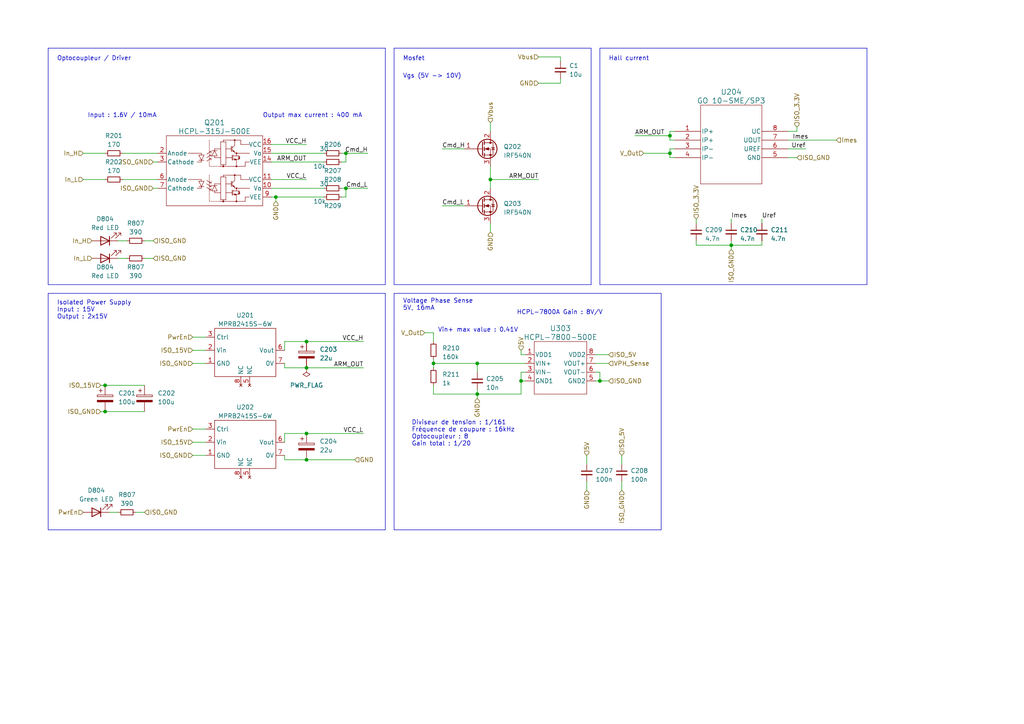
<source format=kicad_sch>
(kicad_sch (version 20230121) (generator eeschema)
  (paper "A4")
  (title_block (title "AAP Inverter") (date "2023-05-01") (company "ENSEA"))
  (lib_symbols
    (symbol "Custom:GO_10-SME" (pin_names (offset 0.254))
      (property "Reference" "U" (at 7.62 -12.7 0))
      (property "Value" "GO 10-SME/SP3" (at 0 12.7 0))
      (symbol "GO_10-SME_0_1"
        (polyline (pts (xy -8.89 -11.43) (xy 8.89 -11.43)) (stroke (width 0.127)))
        (polyline (pts (xy -8.89 11.43) (xy -8.89 -11.43)) (stroke (width 0.127)))
        (polyline (pts (xy 8.89 -11.43) (xy 8.89 11.43)) (stroke (width 0.127)))
        (polyline (pts (xy 8.89 11.43) (xy -8.89 11.43)) (stroke (width 0.127)))
        (pin input line (at -16.51 3.81 0) (length 7.62) (name "IP+") (number "1"))
        (pin input line (at -16.51 1.27 0) (length 7.62) (name "IP+") (number "2"))
        (pin output line (at 16.51 1.27 180) (length 7.62) (name "UOUT") (number "7"))
        (pin power_in line (at 16.51 3.81 180) (length 7.62) (name "UC") (number "8"))
      )
      (symbol "GO_10-SME_1_1"
        (pin passive line (at -16.51 -1.27 0) (length 7.62) (name "IP-") (number "3"))
        (pin passive line (at -16.51 -3.81 0) (length 7.62) (name "IP-") (number "4"))
        (pin power_in line (at 16.51 -3.81 180) (length 7.62) (name "GND") (number "5"))
        (pin output line (at 16.51 -1.27 180) (length 7.62) (name "UREF") (number "6"))
      )
    )
    (symbol "Custom:HCPL-315J-500E" (pin_names (offset 0.254))
      (property "Reference" "Q" (at 10.16 -12.7 0))
      (property "Value" "HCPL-315J-500E" (at 0 10.16 0))
      (symbol "HCPL-315J-500E_0_1"
        (polyline (pts (xy -13.97 -11.43) (xy 13.97 -11.43)) (stroke (width 0.127)))
        (polyline (pts (xy -13.97 8.89) (xy -13.97 -11.43)) (stroke (width 0.127)))
        (polyline (pts (xy -7.62 -3.81) (xy -3.81 -3.81)) (stroke (width 0.127)))
        (polyline (pts (xy -7.62 3.81) (xy -3.81 3.81)) (stroke (width 0.127)))
        (polyline (pts (xy -5.08 -6.35) (xy -3.81 -6.35)) (stroke (width 0.127)))
        (polyline (pts (xy -5.08 1.27) (xy -3.81 1.27)) (stroke (width 0.127)))
        (polyline (pts (xy -4.572 -4.318) (xy -3.81 -5.842)) (stroke (width 0.127)))
        (polyline (pts (xy -4.572 3.302) (xy -3.81 1.778)) (stroke (width 0.127)))
        (polyline (pts (xy -3.81 -6.35) (xy -3.81 -5.842)) (stroke (width 0.127)))
        (polyline (pts (xy -3.81 -5.842) (xy -3.048 -4.318)) (stroke (width 0.127)))
        (polyline (pts (xy -3.81 -4.318) (xy -3.81 -3.81)) (stroke (width 0.127)))
        (polyline (pts (xy -3.81 1.27) (xy -3.81 1.778)) (stroke (width 0.127)))
        (polyline (pts (xy -3.81 1.778) (xy -3.048 3.302)) (stroke (width 0.127)))
        (polyline (pts (xy -3.81 3.302) (xy -3.81 3.81)) (stroke (width 0.127)))
        (polyline (pts (xy -3.048 -5.842) (xy -4.572 -5.842)) (stroke (width 0.127)))
        (polyline (pts (xy -3.048 -4.318) (xy -4.572 -4.318)) (stroke (width 0.127)))
        (polyline (pts (xy -3.048 1.778) (xy -4.572 1.778)) (stroke (width 0.127)))
        (polyline (pts (xy -3.048 3.302) (xy -4.572 3.302)) (stroke (width 0.127)))
        (polyline (pts (xy -2.286 -6.096) (xy -1.016 -6.858)) (stroke (width 0.127)))
        (polyline (pts (xy -2.286 -5.08) (xy -1.016 -5.842)) (stroke (width 0.127)))
        (polyline (pts (xy -2.286 -4.064) (xy -1.016 -4.826)) (stroke (width 0.127)))
        (polyline (pts (xy -2.286 1.524) (xy -1.016 2.286)) (stroke (width 0.127)))
        (polyline (pts (xy -2.286 2.54) (xy -1.016 3.302)) (stroke (width 0.127)))
        (polyline (pts (xy -2.286 3.556) (xy -1.016 4.318)) (stroke (width 0.127)))
        (polyline (pts (xy -1.524 -10.16) (xy -1.27 -10.16)) (stroke (width 0.127)))
        (polyline (pts (xy -1.524 -9.652) (xy -1.524 -9.906)) (stroke (width 0.127)))
        (polyline (pts (xy -1.524 -9.144) (xy -1.524 -9.398)) (stroke (width 0.127)))
        (polyline (pts (xy -1.524 -8.636) (xy -1.524 -8.89)) (stroke (width 0.127)))
        (polyline (pts (xy -1.524 -8.128) (xy -1.524 -8.382)) (stroke (width 0.127)))
        (polyline (pts (xy -1.524 -7.62) (xy -1.524 -7.874)) (stroke (width 0.127)))
        (polyline (pts (xy -1.524 -7.112) (xy -1.524 -7.366)) (stroke (width 0.127)))
        (polyline (pts (xy -1.524 -6.604) (xy -1.524 -6.858)) (stroke (width 0.127)))
        (polyline (pts (xy -1.524 -6.096) (xy -1.524 -6.35)) (stroke (width 0.127)))
        (polyline (pts (xy -1.524 -5.588) (xy -1.524 -5.842)) (stroke (width 0.127)))
        (polyline (pts (xy -1.524 -5.334) (xy -1.524 -5.08)) (stroke (width 0.127)))
        (polyline (pts (xy -1.524 -4.826) (xy -1.524 -4.572)) (stroke (width 0.127)))
        (polyline (pts (xy -1.524 -4.318) (xy -1.524 -4.064)) (stroke (width 0.127)))
        (polyline (pts (xy -1.524 -3.81) (xy -1.524 -3.556)) (stroke (width 0.127)))
        (polyline (pts (xy -1.524 -3.302) (xy -1.524 -3.048)) (stroke (width 0.127)))
        (polyline (pts (xy -1.524 -2.794) (xy -1.524 -2.54)) (stroke (width 0.127)))
        (polyline (pts (xy -1.524 0) (xy -1.27 0)) (stroke (width 0.127)))
        (polyline (pts (xy -1.524 0.508) (xy -1.524 0.254)) (stroke (width 0.127)))
        (polyline (pts (xy -1.524 1.016) (xy -1.524 0.762)) (stroke (width 0.127)))
        (polyline (pts (xy -1.524 1.524) (xy -1.524 1.27)) (stroke (width 0.127)))
        (polyline (pts (xy -1.524 2.032) (xy -1.524 1.778)) (stroke (width 0.127)))
        (polyline (pts (xy -1.524 2.54) (xy -1.524 2.286)) (stroke (width 0.127)))
        (polyline (pts (xy -1.524 3.048) (xy -1.524 2.794)) (stroke (width 0.127)))
        (polyline (pts (xy -1.524 3.302) (xy -1.524 3.556)) (stroke (width 0.127)))
        (polyline (pts (xy -1.524 3.81) (xy -1.524 4.064)) (stroke (width 0.127)))
        (polyline (pts (xy -1.524 4.318) (xy -1.524 4.572)) (stroke (width 0.127)))
        (polyline (pts (xy -1.524 4.826) (xy -1.524 5.08)) (stroke (width 0.127)))
        (polyline (pts (xy -1.524 5.334) (xy -1.524 5.588)) (stroke (width 0.127)))
        (polyline (pts (xy -1.524 5.842) (xy -1.524 6.096)) (stroke (width 0.127)))
        (polyline (pts (xy -1.524 6.35) (xy -1.524 6.604)) (stroke (width 0.127)))
        (polyline (pts (xy -1.524 6.858) (xy -1.524 7.112)) (stroke (width 0.127)))
        (polyline (pts (xy -1.524 7.366) (xy -1.524 7.62)) (stroke (width 0.127)))
        (polyline (pts (xy -1.016 -6.858) (xy -1.524 -6.858)) (stroke (width 0.127)))
        (polyline (pts (xy -1.016 -6.858) (xy -1.016 -6.35)) (stroke (width 0.127)))
        (polyline (pts (xy -1.016 -5.842) (xy -1.524 -5.842)) (stroke (width 0.127)))
        (polyline (pts (xy -1.016 -5.842) (xy -1.016 -5.334)) (stroke (width 0.127)))
        (polyline (pts (xy -1.016 -4.826) (xy -1.524 -4.826)) (stroke (width 0.127)))
        (polyline (pts (xy -1.016 -4.826) (xy -1.016 -4.318)) (stroke (width 0.127)))
        (polyline (pts (xy -1.016 2.286) (xy -1.524 2.286)) (stroke (width 0.127)))
        (polyline (pts (xy -1.016 2.286) (xy -1.016 1.778)) (stroke (width 0.127)))
        (polyline (pts (xy -1.016 3.302) (xy -1.524 3.302)) (stroke (width 0.127)))
        (polyline (pts (xy -1.016 3.302) (xy -1.016 2.794)) (stroke (width 0.127)))
        (polyline (pts (xy -1.016 4.318) (xy -1.524 4.318)) (stroke (width 0.127)))
        (polyline (pts (xy -1.016 4.318) (xy -1.016 3.81)) (stroke (width 0.127)))
        (polyline (pts (xy -0.762 -10.16) (xy -1.016 -10.16)) (stroke (width 0.127)))
        (polyline (pts (xy -0.762 -7.112) (xy 0.762 -7.112)) (stroke (width 0.127)))
        (polyline (pts (xy -0.762 -5.588) (xy 0.762 -5.588)) (stroke (width 0.127)))
        (polyline (pts (xy -0.762 0) (xy -1.016 0)) (stroke (width 0.127)))
        (polyline (pts (xy -0.762 3.048) (xy 0.762 3.048)) (stroke (width 0.127)))
        (polyline (pts (xy -0.762 4.572) (xy 0.762 4.572)) (stroke (width 0.127)))
        (polyline (pts (xy -0.254 -10.16) (xy -0.508 -10.16)) (stroke (width 0.127)))
        (polyline (pts (xy -0.254 0) (xy -0.508 0)) (stroke (width 0.127)))
        (polyline (pts (xy 0 -7.112) (xy 0 -7.62)) (stroke (width 0.127)))
        (polyline (pts (xy 0 -5.588) (xy -0.762 -7.112)) (stroke (width 0.127)))
        (polyline (pts (xy 0 -5.08) (xy 0 -5.588)) (stroke (width 0.127)))
        (polyline (pts (xy 0 3.048) (xy 0 2.54)) (stroke (width 0.127)))
        (polyline (pts (xy 0 4.572) (xy -0.762 3.048)) (stroke (width 0.127)))
        (polyline (pts (xy 0 5.08) (xy 0 4.572)) (stroke (width 0.127)))
        (polyline (pts (xy 0.254 -10.16) (xy 0 -10.16)) (stroke (width 0.127)))
        (polyline (pts (xy 0.254 0) (xy 0 0)) (stroke (width 0.127)))
        (polyline (pts (xy 0.762 -10.16) (xy 0.508 -10.16)) (stroke (width 0.127)))
        (polyline (pts (xy 0.762 -7.112) (xy 0 -5.588)) (stroke (width 0.127)))
        (polyline (pts (xy 0.762 0) (xy 0.508 0)) (stroke (width 0.127)))
        (polyline (pts (xy 0.762 3.048) (xy 0 4.572)) (stroke (width 0.127)))
        (polyline (pts (xy 1.27 -10.16) (xy 1.016 -10.16)) (stroke (width 0.127)))
        (polyline (pts (xy 1.27 0) (xy 1.016 0)) (stroke (width 0.127)))
        (polyline (pts (xy 1.778 -10.16) (xy 1.524 -10.16)) (stroke (width 0.127)))
        (polyline (pts (xy 1.778 -10.16) (xy 1.524 -10.16)) (stroke (width 0.127)))
        (polyline (pts (xy 1.778 -9.652) (xy 3.302 -9.652)) (stroke (width 0.127)))
        (polyline (pts (xy 1.778 -7.62) (xy 0 -7.62)) (stroke (width 0.127)))
        (polyline (pts (xy 1.778 -5.08) (xy 0 -5.08)) (stroke (width 0.127)))
        (polyline (pts (xy 1.778 -3.048) (xy 1.778 -9.652)) (stroke (width 0.127)))
        (polyline (pts (xy 1.778 0) (xy 1.524 0)) (stroke (width 0.127)))
        (polyline (pts (xy 1.778 0) (xy 1.524 0)) (stroke (width 0.127)))
        (polyline (pts (xy 1.778 0.508) (xy 3.302 0.508)) (stroke (width 0.127)))
        (polyline (pts (xy 1.778 2.54) (xy 0 2.54)) (stroke (width 0.127)))
        (polyline (pts (xy 1.778 5.08) (xy 0 5.08)) (stroke (width 0.127)))
        (polyline (pts (xy 1.778 7.112) (xy 1.778 0.508)) (stroke (width 0.127)))
        (polyline (pts (xy 2.286 -10.16) (xy 2.032 -10.16)) (stroke (width 0.127)))
        (polyline (pts (xy 2.286 -10.16) (xy 2.032 -10.16)) (stroke (width 0.127)))
        (polyline (pts (xy 2.286 0) (xy 2.032 0)) (stroke (width 0.127)))
        (polyline (pts (xy 2.286 0) (xy 2.032 0)) (stroke (width 0.127)))
        (polyline (pts (xy 2.54 -9.652) (xy 2.54 -10.16)) (stroke (width 0.127)))
        (polyline (pts (xy 2.54 -2.54) (xy 2.54 -3.048)) (stroke (width 0.127)))
        (polyline (pts (xy 2.54 0.508) (xy 2.54 0)) (stroke (width 0.127)))
        (polyline (pts (xy 2.54 7.62) (xy 2.54 7.112)) (stroke (width 0.127)))
        (polyline (pts (xy 3.302 -9.652) (xy 3.302 -3.048)) (stroke (width 0.127)))
        (polyline (pts (xy 3.302 -7.62) (xy 5.08 -7.62)) (stroke (width 0.127)))
        (polyline (pts (xy 3.302 -5.08) (xy 4.826 -5.08)) (stroke (width 0.127)))
        (polyline (pts (xy 3.302 -3.048) (xy 1.778 -3.048)) (stroke (width 0.127)))
        (polyline (pts (xy 3.302 0.508) (xy 3.302 7.112)) (stroke (width 0.127)))
        (polyline (pts (xy 3.302 2.54) (xy 5.08 2.54)) (stroke (width 0.127)))
        (polyline (pts (xy 3.302 5.08) (xy 4.826 5.08)) (stroke (width 0.127)))
        (polyline (pts (xy 3.302 7.112) (xy 1.778 7.112)) (stroke (width 0.127)))
        (polyline (pts (xy 4.826 -4.318) (xy 4.826 -5.842)) (stroke (width 0.127)))
        (polyline (pts (xy 4.826 5.842) (xy 4.826 4.318)) (stroke (width 0.127)))
        (polyline (pts (xy 5.08 -6.858) (xy 5.08 -8.382)) (stroke (width 0.127)))
        (polyline (pts (xy 5.08 -5.334) (xy 5.588 -5.842)) (stroke (width 0.127)))
        (polyline (pts (xy 5.08 -4.826) (xy 5.842 -4.064)) (stroke (width 0.127)))
        (polyline (pts (xy 5.08 -4.318) (xy 5.08 -5.842)) (stroke (width 0.127)))
        (polyline (pts (xy 5.08 3.302) (xy 5.08 1.778)) (stroke (width 0.127)))
        (polyline (pts (xy 5.08 4.826) (xy 5.588 4.318)) (stroke (width 0.127)))
        (polyline (pts (xy 5.08 5.334) (xy 5.842 6.096)) (stroke (width 0.127)))
        (polyline (pts (xy 5.08 5.842) (xy 5.08 4.318)) (stroke (width 0.127)))
        (polyline (pts (xy 5.334 -8.128) (xy 7.112 -8.128)) (stroke (width 0.127)))
        (polyline (pts (xy 5.334 -7.112) (xy 7.112 -7.112)) (stroke (width 0.127)))
        (polyline (pts (xy 5.334 -6.858) (xy 5.334 -8.382)) (stroke (width 0.127)))
        (polyline (pts (xy 5.334 2.032) (xy 7.112 2.032)) (stroke (width 0.127)))
        (polyline (pts (xy 5.334 3.048) (xy 7.112 3.048)) (stroke (width 0.127)))
        (polyline (pts (xy 5.334 3.302) (xy 5.334 1.778)) (stroke (width 0.127)))
        (polyline (pts (xy 5.842 -6.096) (xy 5.842 -6.35)) (stroke (width 0.127)))
        (polyline (pts (xy 5.842 -2.54) (xy 5.842 -4.064)) (stroke (width 0.127)))
        (polyline (pts (xy 5.842 4.064) (xy 5.842 3.81)) (stroke (width 0.127)))
        (polyline (pts (xy 5.842 7.62) (xy 5.842 6.096)) (stroke (width 0.127)))
        (polyline (pts (xy 6.35 -10.16) (xy 6.35 -8.128)) (stroke (width 0.127)))
        (polyline (pts (xy 6.35 -7.112) (xy 6.35 -6.35)) (stroke (width 0.127)))
        (polyline (pts (xy 6.35 -6.35) (xy 10.16 -6.35)) (stroke (width 0.127)))
        (polyline (pts (xy 6.35 0) (xy 6.35 2.032)) (stroke (width 0.127)))
        (polyline (pts (xy 6.35 3.048) (xy 6.35 3.81)) (stroke (width 0.127)))
        (polyline (pts (xy 6.35 3.81) (xy 10.16 3.81)) (stroke (width 0.127)))
        (polyline (pts (xy 6.858 -7.366) (xy 7.366 -7.366)) (stroke (width 0.127)))
        (polyline (pts (xy 6.858 2.794) (xy 7.366 2.794)) (stroke (width 0.127)))
        (polyline (pts (xy 7.112 -7.874) (xy 7.112 -8.128)) (stroke (width 0.127)))
        (polyline (pts (xy 7.112 -7.112) (xy 7.112 -7.366)) (stroke (width 0.127)))
        (polyline (pts (xy 7.112 2.286) (xy 7.112 2.032)) (stroke (width 0.127)))
        (polyline (pts (xy 7.112 3.048) (xy 7.112 2.794)) (stroke (width 0.127)))
        (polyline (pts (xy 7.62 -3.81) (xy 10.16 -3.81)) (stroke (width 0.127)))
        (polyline (pts (xy 7.62 -2.54) (xy 2.54 -2.54)) (stroke (width 0.127)))
        (polyline (pts (xy 7.62 -2.54) (xy 7.62 -3.81)) (stroke (width 0.127)))
        (polyline (pts (xy 7.62 6.35) (xy 10.16 6.35)) (stroke (width 0.127)))
        (polyline (pts (xy 7.62 7.62) (xy 2.54 7.62)) (stroke (width 0.127)))
        (polyline (pts (xy 7.62 7.62) (xy 7.62 6.35)) (stroke (width 0.127)))
        (polyline (pts (xy 8.89 -10.16) (xy 2.54 -10.16)) (stroke (width 0.127)))
        (polyline (pts (xy 8.89 -8.89) (xy 8.89 -10.16)) (stroke (width 0.127)))
        (polyline (pts (xy 8.89 -8.89) (xy 10.16 -8.89)) (stroke (width 0.127)))
        (polyline (pts (xy 8.89 0) (xy 2.54 0)) (stroke (width 0.127)))
        (polyline (pts (xy 8.89 1.27) (xy 8.89 0)) (stroke (width 0.127)))
        (polyline (pts (xy 8.89 1.27) (xy 10.16 1.27)) (stroke (width 0.127)))
        (polyline (pts (xy 13.97 -11.43) (xy 13.97 8.89)) (stroke (width 0.127)))
        (polyline (pts (xy 13.97 8.89) (xy -13.97 8.89)) (stroke (width 0.127)))
        (polyline (pts (xy 5.842 -6.096) (xy 5.588 -5.588) (xy 5.334 -5.842)) (fill (type outline)))
        (polyline (pts (xy 5.842 4.064) (xy 5.588 4.572) (xy 5.334 4.318)) (fill (type outline)))
        (polyline (pts (xy 6.35 -8.128) (xy 5.842 -8.382) (xy 5.842 -7.874)) (fill (type outline)))
        (polyline (pts (xy 6.35 2.032) (xy 5.842 1.778) (xy 5.842 2.286)) (fill (type outline)))
        (polyline (pts (xy 7.112 -7.366) (xy 7.366 -7.874) (xy 6.858 -7.874)) (fill (type outline)))
        (polyline (pts (xy 7.112 2.794) (xy 7.366 2.286) (xy 6.858 2.286)) (fill (type outline)))
        (circle (center 2.54 -10.16) (radius 0.127) (stroke (width 0.254)))
        (circle (center 2.54 0) (radius 0.127) (stroke (width 0.254)))
        (circle (center 5.842 -2.54) (radius 0.127) (stroke (width 0.254)))
        (circle (center 5.842 7.62) (radius 0.127) (stroke (width 0.254)))
        (circle (center 6.35 -10.16) (radius 0.127) (stroke (width 0.254)))
        (circle (center 6.35 -6.35) (radius 0.127) (stroke (width 0.254)))
        (circle (center 6.35 0) (radius 0.127) (stroke (width 0.254)))
        (circle (center 6.35 3.81) (radius 0.127) (stroke (width 0.254)))
      )
      (symbol "HCPL-315J-500E_1_1"
        (pin no_connect line (at -11.43 6.35 0) (length 2.54) hide (name "N/C") (number "1"))
        (pin output line (at 16.51 -6.35 180) (length 2.54) (name "Vo") (number "10"))
        (pin power_in line (at 16.51 -3.81 180) (length 2.54) (name "VCC") (number "11"))
        (pin power_in line (at 16.51 1.27 180) (length 2.54) (name "VEE") (number "14"))
        (pin output line (at 16.51 3.81 180) (length 2.54) (name "Vo") (number "15"))
        (pin power_in line (at 16.51 6.35 180) (length 2.54) (name "VCC") (number "16"))
        (pin unspecified line (at -16.51 3.81 0) (length 2.54) (name "Anode") (number "2"))
        (pin unspecified line (at -16.51 1.27 0) (length 2.54) (name "Cathode") (number "3"))
        (pin unspecified line (at -16.51 -3.81 0) (length 2.54) (name "Anode") (number "6"))
        (pin unspecified line (at -16.51 -6.35 0) (length 2.54) (name "Cathode") (number "7"))
        (pin no_connect line (at -16.51 -8.89 0) (length 2.54) hide (name "N/C") (number "8"))
        (pin power_in line (at 16.51 -8.89 180) (length 2.54) (name "VEE") (number "9"))
      )
    )
    (symbol "Custom:HCPL-7800-500E" (pin_names (offset 0.254))
      (property "Reference" "U" (at 6.35 -8.89 0))
      (property "Value" "HCPL-7800-500E" (at 0 8.89 0))
      (symbol "HCPL-7800-500E_0_1"
        (polyline (pts (xy -7.62 -7.62) (xy 7.62 -7.62)) (stroke (width 0.127)))
        (polyline (pts (xy -7.62 7.62) (xy -7.62 -7.62)) (stroke (width 0.127)))
        (polyline (pts (xy 7.62 -7.62) (xy 7.62 7.62)) (stroke (width 0.127)))
        (polyline (pts (xy 7.62 7.62) (xy -7.62 7.62)) (stroke (width 0.127)))
      )
      (symbol "HCPL-7800-500E_1_1"
        (pin power_in line (at -10.16 3.81 0) (length 2.54) (name "VDD1") (number "1"))
        (pin input line (at -10.16 1.27 0) (length 2.54) (name "VIN+") (number "2"))
        (pin input line (at -10.16 -1.27 0) (length 2.54) (name "VIN-") (number "3"))
        (pin power_in line (at -10.16 -3.81 0) (length 2.54) (name "GND1") (number "4"))
        (pin power_in line (at 10.16 -3.81 180) (length 2.54) (name "GND2") (number "5"))
        (pin passive line (at 10.16 -1.27 180) (length 2.54) (name "VOUT-") (number "6"))
        (pin passive line (at 10.16 1.27 180) (length 2.54) (name "VOUT+") (number "7"))
        (pin power_in line (at 10.16 3.81 180) (length 2.54) (name "VDD2") (number "8"))
      )
    )
    (symbol "Custom:MPRB2415S-6W"
      (property "Reference" "U" (at 6.35 -8.89 0))
      (property "Value" "MPRB2415S-6W" (at 0 7.62 0))
      (symbol "MPRB2415S-6W_1_1"
        (rectangle (start -8.89 6.35) (end 8.89 -7.62))
        (pin power_in line (at -11.43 -3.81 0) (length 2.54) (name "GND") (number "1"))
        (pin power_in line (at -11.43 0 0) (length 2.54) (name "Vin") (number "2"))
        (pin bidirectional line (at -11.43 3.81 0) (length 2.54) (name "Ctrl") (number "3"))
        (pin no_connect line (at 1.27 -10.16 90) (length 2.54) (name "NC") (number "5"))
        (pin power_out line (at 11.43 0 180) (length 2.54) (name "Vout") (number "6"))
        (pin passive line (at 11.43 -3.81 180) (length 2.54) (name "0V") (number "7"))
        (pin no_connect line (at -1.27 -10.16 90) (length 2.54) (name "NC") (number "8"))
      )
    )
    (symbol "Device:C_Polarized" (pin_numbers hide) (pin_names (offset 0.254))
      (property "Reference" "C" (at 0.635 2.54 0))
      (property "Value" "C_Polarized" (at 0.635 -2.54 0))
      (symbol "C_Polarized_0_1"
        (rectangle (start -2.286 0.508) (end 2.286 1.016))
        (polyline (pts (xy -1.778 2.286) (xy -0.762 2.286)))
        (polyline (pts (xy -1.27 2.794) (xy -1.27 1.778)))
        (rectangle (start 2.286 -0.508) (end -2.286 -1.016) (fill (type outline)))
      )
      (symbol "C_Polarized_1_1"
        (pin passive line (at 0 3.81 270) (length 2.794) (name "~") (number "1"))
        (pin passive line (at 0 -3.81 90) (length 2.794) (name "~") (number "2"))
      )
    )
    (symbol "Device:C_Small" (pin_numbers hide) (pin_names (offset 0.254) hide)
      (property "Reference" "C" (at 0.254 1.778 0))
      (property "Value" "C_Small" (at 0.254 -2.032 0))
      (symbol "C_Small_0_1"
        (polyline (pts (xy -1.524 -0.508) (xy 1.524 -0.508)) (stroke (width 0.3302)))
        (polyline (pts (xy -1.524 0.508) (xy 1.524 0.508)) (stroke (width 0.3048)))
      )
      (symbol "C_Small_1_1"
        (pin passive line (at 0 2.54 270) (length 2.032) (name "~") (number "1"))
        (pin passive line (at 0 -2.54 90) (length 2.032) (name "~") (number "2"))
      )
    )
    (symbol "Device:LED" (pin_numbers hide) (pin_names (offset 1.016) hide)
      (property "Reference" "D" (at 0 2.54 0))
      (property "Value" "LED" (at 0 -2.54 0))
      (symbol "LED_0_1"
        (polyline (pts (xy -1.27 -1.27) (xy -1.27 1.27)) (stroke (width 0.254)))
        (polyline (pts (xy -1.27 0) (xy 1.27 0)))
        (polyline (pts (xy 1.27 -1.27) (xy 1.27 1.27) (xy -1.27 0) (xy 1.27 -1.27)) (stroke (width 0.254)))
        (polyline (pts (xy -3.048 -0.762) (xy -4.572 -2.286) (xy -3.81 -2.286) (xy -4.572 -2.286) (xy -4.572 -1.524)))
        (polyline (pts (xy -1.778 -0.762) (xy -3.302 -2.286) (xy -2.54 -2.286) (xy -3.302 -2.286) (xy -3.302 -1.524)))
      )
      (symbol "LED_1_1"
        (pin passive line (at -3.81 0 0) (length 2.54) (name "K") (number "1"))
        (pin passive line (at 3.81 0 180) (length 2.54) (name "A") (number "2"))
      )
    )
    (symbol "Device:R_Small" (pin_numbers hide) (pin_names (offset 0.254) hide)
      (property "Reference" "R" (at 0.762 0.508 0))
      (property "Value" "R_Small" (at 0.762 -1.016 0))
      (symbol "R_Small_0_1"
        (rectangle (start -0.762 1.778) (end 0.762 -1.778) (stroke (width 0.2032)))
      )
      (symbol "R_Small_1_1"
        (pin passive line (at 0 2.54 270) (length 0.762) (name "~") (number "1"))
        (pin passive line (at 0 -2.54 90) (length 0.762) (name "~") (number "2"))
      )
    )
    (symbol "MPRB2415S-6W_1"
      (property "Reference" "U" (at 6.35 -8.89 0))
      (property "Value" "MPRB2415S-6W" (at 0 7.62 0))
      (symbol "MPRB2415S-6W_1_1_1"
        (rectangle (start -8.89 6.35) (end 8.89 -7.62))
        (pin power_in line (at -11.43 -3.81 0) (length 2.54) (name "GND") (number "1"))
        (pin power_in line (at -11.43 0 0) (length 2.54) (name "Vin") (number "2"))
        (pin bidirectional line (at -11.43 3.81 0) (length 2.54) (name "Ctrl") (number "3"))
        (pin no_connect line (at 1.27 -10.16 90) (length 2.54) (name "NC") (number "5"))
        (pin power_out line (at 11.43 0 180) (length 2.54) (name "Vout") (number "6"))
        (pin passive line (at 11.43 -3.81 180) (length 2.54) (name "0V") (number "7"))
        (pin no_connect line (at -1.27 -10.16 90) (length 2.54) (name "NC") (number "8"))
      )
    )
    (symbol "Transistor_FET:IRF540N" (pin_names hide)
      (property "Reference" "Q" (at 6.35 1.905 0))
      (property "Value" "IRF540N" (at 6.35 0 0))
      (symbol "IRF540N_0_1"
        (polyline (pts (xy 0.254 0) (xy -2.54 0)))
        (polyline (pts (xy 0.254 1.905) (xy 0.254 -1.905)) (stroke (width 0.254)))
        (polyline (pts (xy 0.762 -1.27) (xy 0.762 -2.286)) (stroke (width 0.254)))
        (polyline (pts (xy 0.762 0.508) (xy 0.762 -0.508)) (stroke (width 0.254)))
        (polyline (pts (xy 0.762 2.286) (xy 0.762 1.27)) (stroke (width 0.254)))
        (polyline (pts (xy 2.54 2.54) (xy 2.54 1.778)))
        (polyline (pts (xy 2.54 -2.54) (xy 2.54 0) (xy 0.762 0)))
        (polyline (pts (xy 0.762 -1.778) (xy 3.302 -1.778) (xy 3.302 1.778) (xy 0.762 1.778)))
        (polyline (pts (xy 1.016 0) (xy 2.032 0.381) (xy 2.032 -0.381) (xy 1.016 0)) (fill (type outline)))
        (polyline (pts (xy 2.794 0.508) (xy 2.921 0.381) (xy 3.683 0.381) (xy 3.81 0.254)))
        (polyline (pts (xy 3.302 0.381) (xy 2.921 -0.254) (xy 3.683 -0.254) (xy 3.302 0.381)))
        (circle (center 1.651 0) (radius 2.794) (stroke (width 0.254)))
        (circle (center 2.54 -1.778) (radius 0.254) (fill (type outline)))
        (circle (center 2.54 1.778) (radius 0.254) (fill (type outline)))
      )
      (symbol "IRF540N_1_1"
        (pin input line (at -5.08 0 0) (length 2.54) (name "G") (number "1"))
        (pin passive line (at 2.54 5.08 270) (length 2.54) (name "D") (number "2"))
        (pin passive line (at 2.54 -5.08 90) (length 2.54) (name "S") (number "3"))
      )
    )
    (symbol "power:PWR_FLAG" (power) (pin_numbers hide) (pin_names (offset 0) hide)
      (property "Value" "PWR_FLAG" (at 0 3.81 0))
      (symbol "PWR_FLAG_0_0"
        (pin power_out line (at 0 0 90) (length 0) (name "pwr") (number "1"))
      )
      (symbol "PWR_FLAG_0_1"
        (polyline (pts (xy 0 0) (xy 0 1.27) (xy -1.016 1.905) (xy 0 2.54) (xy 1.016 1.905) (xy 0 1.27)))
      )
    )
  )
  (junction (at 194.31 44.45))
  (junction (at 212.09 71.12))
  (junction (at 80.01 57.15))
  (junction (at 88.9 133.35))
  (junction (at 100.33 54.61))
  (junction (at 88.9 99.06))
  (junction (at 30.48 111.76))
  (junction (at 138.43 114.3))
  (junction (at 30.48 119.38))
  (junction (at 125.73 105.41))
  (junction (at 100.33 44.45))
  (junction (at 88.9 106.68))
  (junction (at 88.9 125.73))
  (junction (at 142.24 52.07))
  (junction (at 151.13 110.49))
  (junction (at 138.43 105.41))
  (junction (at 194.31 39.37))
  (junction (at 173.99 110.49))
  (wire (pts (xy 212.09 69.85) (xy 212.09 71.12)))
  (wire (pts (xy 201.93 71.12) (xy 212.09 71.12)))
  (wire (pts (xy 78.74 41.91) (xy 88.9 41.91)))
  (wire (pts (xy 172.72 110.49) (xy 173.99 110.49)))
  (wire (pts (xy 88.9 99.06) (xy 105.41 99.06)))
  (wire (pts (xy 142.24 64.77) (xy 142.24 67.31)))
  (wire (pts (xy 162.56 16.51) (xy 162.56 17.78)))
  (wire (pts (xy 138.43 114.3) (xy 138.43 115.57)))
  (wire (pts (xy 151.13 102.87) (xy 151.13 101.6)))
  (polyline (pts (xy 251.46 82.55) (xy 173.99 82.55)))
  (wire (pts (xy 142.24 35.56) (xy 142.24 38.1)))
  (wire (pts (xy 142.24 48.26) (xy 142.24 52.07)))
  (wire (pts (xy 80.01 57.15) (xy 93.98 57.15)))
  (wire (pts (xy 195.58 40.64) (xy 194.31 40.64)))
  (wire (pts (xy 142.24 52.07) (xy 156.21 52.07)))
  (wire (pts (xy 194.31 44.45) (xy 194.31 43.18)))
  (wire (pts (xy 24.13 44.45) (xy 30.48 44.45)))
  (wire (pts (xy 100.33 54.61) (xy 106.68 54.61)))
  (wire (pts (xy 55.88 97.79) (xy 59.69 97.79)))
  (wire (pts (xy 228.6 38.1) (xy 231.14 38.1)))
  (wire (pts (xy 125.73 104.14) (xy 125.73 105.41)))
  (polyline (pts (xy 191.77 153.67) (xy 114.3 153.67)))
  (wire (pts (xy 194.31 43.18) (xy 195.58 43.18)))
  (wire (pts (xy 88.9 133.35) (xy 102.87 133.35)))
  (polyline (pts (xy 114.3 85.09) (xy 191.77 85.09)))
  (wire (pts (xy 162.56 22.86) (xy 162.56 24.13)))
  (wire (pts (xy 55.88 128.27) (xy 59.69 128.27)))
  (wire (pts (xy 80.01 58.42) (xy 80.01 57.15)))
  (wire (pts (xy 220.98 69.85) (xy 220.98 71.12)))
  (wire (pts (xy 173.99 110.49) (xy 176.53 110.49)))
  (wire (pts (xy 82.55 125.73) (xy 88.9 125.73)))
  (wire (pts (xy 39.37 148.59) (xy 41.91 148.59)))
  (wire (pts (xy 88.9 106.68) (xy 105.41 106.68)))
  (wire (pts (xy 125.73 114.3) (xy 138.43 114.3)))
  (wire (pts (xy 34.29 69.85) (xy 36.83 69.85)))
  (wire (pts (xy 88.9 125.73) (xy 105.41 125.73)))
  (wire (pts (xy 30.48 111.76) (xy 41.91 111.76)))
  (wire (pts (xy 82.55 125.73) (xy 82.55 128.27)))
  (wire (pts (xy 151.13 107.95) (xy 151.13 110.49)))
  (wire (pts (xy 34.29 74.93) (xy 36.83 74.93)))
  (polyline (pts (xy 191.77 85.09) (xy 191.77 153.67)))
  (wire (pts (xy 125.73 96.52) (xy 123.19 96.52)))
  (wire (pts (xy 128.27 59.69) (xy 134.62 59.69)))
  (wire (pts (xy 194.31 44.45) (xy 194.31 45.72)))
  (wire (pts (xy 125.73 105.41) (xy 138.43 105.41)))
  (wire (pts (xy 80.01 57.15) (xy 78.74 57.15)))
  (wire (pts (xy 201.93 63.5) (xy 201.93 64.77)))
  (wire (pts (xy 186.69 44.45) (xy 194.31 44.45)))
  (wire (pts (xy 99.06 54.61) (xy 100.33 54.61)))
  (polyline (pts (xy 111.76 13.97) (xy 111.76 82.55)))
  (wire (pts (xy 35.56 52.07) (xy 45.72 52.07)))
  (wire (pts (xy 151.13 114.3) (xy 151.13 110.49)))
  (polyline (pts (xy 13.97 13.97) (xy 111.76 13.97)))
  (wire (pts (xy 29.21 111.76) (xy 30.48 111.76)))
  (wire (pts (xy 184.15 39.37) (xy 194.31 39.37)))
  (wire (pts (xy 194.31 39.37) (xy 194.31 40.64)))
  (wire (pts (xy 78.74 52.07) (xy 88.9 52.07)))
  (wire (pts (xy 231.14 38.1) (xy 231.14 36.83)))
  (wire (pts (xy 228.6 45.72) (xy 231.14 45.72)))
  (wire (pts (xy 142.24 52.07) (xy 142.24 54.61)))
  (wire (pts (xy 99.06 46.99) (xy 100.33 46.99)))
  (wire (pts (xy 212.09 71.12) (xy 220.98 71.12)))
  (wire (pts (xy 99.06 44.45) (xy 100.33 44.45)))
  (wire (pts (xy 128.27 43.18) (xy 134.62 43.18)))
  (wire (pts (xy 201.93 69.85) (xy 201.93 71.12)))
  (wire (pts (xy 82.55 106.68) (xy 82.55 105.41)))
  (wire (pts (xy 194.31 45.72) (xy 195.58 45.72)))
  (polyline (pts (xy 114.3 13.97) (xy 114.3 82.55)))
  (wire (pts (xy 125.73 105.41) (xy 125.73 106.68)))
  (wire (pts (xy 100.33 57.15) (xy 100.33 54.61)))
  (polyline (pts (xy 111.76 85.09) (xy 111.76 153.67)))
  (polyline (pts (xy 111.76 153.67) (xy 13.97 153.67)))
  (wire (pts (xy 82.55 106.68) (xy 88.9 106.68)))
  (polyline (pts (xy 114.3 85.09) (xy 114.3 153.67)))
  (polyline (pts (xy 114.3 13.97) (xy 171.45 13.97)))
  (wire (pts (xy 138.43 113.03) (xy 138.43 114.3)))
  (wire (pts (xy 180.34 132.08) (xy 180.34 134.62)))
  (wire (pts (xy 194.31 38.1) (xy 195.58 38.1)))
  (wire (pts (xy 78.74 46.99) (xy 93.98 46.99)))
  (wire (pts (xy 55.88 132.08) (xy 59.69 132.08)))
  (polyline (pts (xy 13.97 13.97) (xy 13.97 82.55)))
  (wire (pts (xy 82.55 99.06) (xy 82.55 101.6)))
  (wire (pts (xy 228.6 40.64) (xy 242.57 40.64)))
  (wire (pts (xy 220.98 63.5) (xy 220.98 64.77)))
  (wire (pts (xy 138.43 114.3) (xy 151.13 114.3)))
  (wire (pts (xy 151.13 110.49) (xy 152.4 110.49)))
  (wire (pts (xy 170.18 139.7) (xy 170.18 142.24)))
  (wire (pts (xy 99.06 57.15) (xy 100.33 57.15)))
  (wire (pts (xy 30.48 52.07) (xy 24.13 52.07)))
  (wire (pts (xy 82.55 133.35) (xy 88.9 133.35)))
  (wire (pts (xy 125.73 111.76) (xy 125.73 114.3)))
  (wire (pts (xy 228.6 43.18) (xy 233.68 43.18)))
  (wire (pts (xy 138.43 105.41) (xy 152.4 105.41)))
  (wire (pts (xy 100.33 44.45) (xy 106.68 44.45)))
  (wire (pts (xy 44.45 46.99) (xy 45.72 46.99)))
  (wire (pts (xy 78.74 44.45) (xy 93.98 44.45)))
  (polyline (pts (xy 173.99 13.97) (xy 251.46 13.97)))
  (wire (pts (xy 212.09 71.12) (xy 212.09 72.39)))
  (wire (pts (xy 35.56 44.45) (xy 45.72 44.45)))
  (wire (pts (xy 172.72 107.95) (xy 173.99 107.95)))
  (polyline (pts (xy 173.99 13.97) (xy 173.99 82.55)))
  (wire (pts (xy 176.53 102.87) (xy 172.72 102.87)))
  (polyline (pts (xy 171.45 13.97) (xy 171.45 82.55)))
  (wire (pts (xy 29.21 119.38) (xy 30.48 119.38)))
  (wire (pts (xy 30.48 119.38) (xy 41.91 119.38)))
  (wire (pts (xy 55.88 105.41) (xy 59.69 105.41)))
  (wire (pts (xy 170.18 132.08) (xy 170.18 134.62)))
  (wire (pts (xy 31.75 148.59) (xy 34.29 148.59)))
  (polyline (pts (xy 13.97 85.09) (xy 13.97 153.67)))
  (wire (pts (xy 138.43 107.95) (xy 138.43 105.41)))
  (wire (pts (xy 125.73 99.06) (xy 125.73 96.52)))
  (wire (pts (xy 212.09 63.5) (xy 212.09 64.77)))
  (wire (pts (xy 152.4 107.95) (xy 151.13 107.95)))
  (wire (pts (xy 194.31 38.1) (xy 194.31 39.37)))
  (wire (pts (xy 100.33 44.45) (xy 100.33 46.99)))
  (wire (pts (xy 78.74 54.61) (xy 93.98 54.61)))
  (wire (pts (xy 180.34 142.24) (xy 180.34 139.7)))
  (wire (pts (xy 156.21 24.13) (xy 162.56 24.13)))
  (wire (pts (xy 82.55 99.06) (xy 88.9 99.06)))
  (wire (pts (xy 156.21 16.51) (xy 162.56 16.51)))
  (polyline (pts (xy 13.97 85.09) (xy 111.76 85.09)))
  (wire (pts (xy 59.69 124.46) (xy 55.88 124.46)))
  (wire (pts (xy 55.88 101.6) (xy 59.69 101.6)))
  (wire (pts (xy 152.4 102.87) (xy 151.13 102.87)))
  (wire (pts (xy 41.91 69.85) (xy 44.45 69.85)))
  (wire (pts (xy 44.45 54.61) (xy 45.72 54.61)))
  (wire (pts (xy 41.91 74.93) (xy 44.45 74.93)))
  (polyline (pts (xy 111.76 82.55) (xy 13.97 82.55)))
  (wire (pts (xy 173.99 107.95) (xy 173.99 110.49)))
  (polyline (pts (xy 251.46 13.97) (xy 251.46 82.55)))
  (wire (pts (xy 172.72 105.41) (xy 176.53 105.41)))
  (wire (pts (xy 82.55 133.35) (xy 82.55 132.08)))
  (polyline (pts (xy 171.45 82.55) (xy 114.3 82.55)))
  (text "Hall current" (at 176.53 17.78 0) (effects (font (size 1.27 1.27)) (justify left bottom)))
  (text "Isolated Power Supply\nInput : 15V\nOutput : 2x15V" (at 16.51 92.71 0) (effects (font (size 1.27 1.27)) (justify left bottom)))
  (text "Output max current : 400 mA" (at 76.2 34.29 0) (effects (font (size 1.27 1.27)) (justify left bottom)))
  (text "Input : 1.6V / 10mA\n" (at 25.4 34.29 0) (effects (font (size 1.27 1.27)) (justify left bottom)))
  (text "Voltage Phase Sense\n5V, 16mA\n" (at 116.84 90.17 0) (effects (font (size 1.27 1.27)) (justify left bottom)))
  (text "Vgs (5V -> 10V)\n" (at 116.84 22.86 0) (effects (font (size 1.27 1.27)) (justify left bottom)))
  (text "Vin+ max value : 0.41V" (at 127 96.52 0) (effects (font (size 1.27 1.27)) (justify left bottom)))
  (text "Mosfet" (at 116.84 17.78 0) (effects (font (size 1.27 1.27)) (justify left bottom)))
  (text "Optocoupleur / Driver" (at 16.51 17.78 0) (effects (font (size 1.27 1.27)) (justify left bottom)))
  (text "Diviseur de tension : 1/161\nFréquence de coupure : 16kHz\nOptocoupleur : 8\nGain total : 1/20" (at 119.38 129.54 0) (effects (font (size 1.27 1.27)) (justify left bottom)))
  (text "HCPL-7800A Gain : 8V/V" (at 149.86 91.44 0) (effects (font (size 1.27 1.27)) (justify left bottom)))
  (label "Uref" (at 220.98 63.5 0))
  (label "ARM_OUT" (at 184.15 39.37 0))
  (label "ARM_OUT" (at 105.41 106.68 180))
  (label "VCC_L" (at 88.9 52.07 180))
  (label "VCC_H" (at 88.9 41.91 180))
  (label "Imes" (at 229.87 40.64 0))
  (label "ARM_OUT" (at 156.21 52.07 180))
  (label "Imes" (at 212.09 63.5 0))
  (label "Cmd_H" (at 106.68 44.45 180))
  (label "ARM_OUT" (at 88.9 46.99 180))
  (label "VCC_H" (at 105.41 99.06 180))
  (label "Cmd_L" (at 128.27 59.69 0))
  (label "Uref" (at 233.68 43.18 180))
  (label "VCC_L" (at 105.41 125.73 180))
  (label "Cmd_L" (at 106.68 54.61 180))
  (label "Cmd_H" (at 128.27 43.18 0))
  (hierarchical_label "V_Out" (shape input) (at 123.19 96.52 180))
  (hierarchical_label "ISO_GND" (shape input) (at 29.21 119.38 180))
  (hierarchical_label "ISO_GND" (shape input) (at 55.88 132.08 180))
  (hierarchical_label "ISO_GND" (shape input) (at 180.34 142.24 270))
  (hierarchical_label "ISO_5V" (shape input) (at 180.34 132.08 90))
  (hierarchical_label "ISO_15V" (shape input) (at 29.21 111.76 180))
  (hierarchical_label "In_L" (shape input) (at 24.13 52.07 180))
  (hierarchical_label "In_L" (shape input) (at 26.67 74.93 180))
  (hierarchical_label "In_H" (shape input) (at 24.13 44.45 180))
  (hierarchical_label "PwrEn" (shape input) (at 55.88 124.46 180))
  (hierarchical_label "Vbus" (shape input) (at 156.21 16.51 180))
  (hierarchical_label "ISO_15V" (shape input) (at 55.88 128.27 180))
  (hierarchical_label "VPH_Sense" (shape input) (at 176.53 105.41 0))
  (hierarchical_label "V_Out" (shape input) (at 186.69 44.45 180))
  (hierarchical_label "5V" (shape input) (at 170.18 132.08 90))
  (hierarchical_label "ISO_GND" (shape input) (at 176.53 110.49 0))
  (hierarchical_label "GND" (shape input) (at 102.87 133.35 0))
  (hierarchical_label "GND" (shape input) (at 142.24 67.31 270))
  (hierarchical_label "GND" (shape input) (at 156.21 24.13 180))
  (hierarchical_label "GND" (shape input) (at 170.18 142.24 270))
  (hierarchical_label "ISO_3.3V" (shape input) (at 231.14 36.83 90))
  (hierarchical_label "ISO_GND" (shape input) (at 44.45 69.85 0))
  (hierarchical_label "PwrEn" (shape input) (at 24.13 148.59 180))
  (hierarchical_label "ISO_GND" (shape input) (at 212.09 72.39 270))
  (hierarchical_label "PwrEn" (shape input) (at 55.88 97.79 180))
  (hierarchical_label "ISO_GND" (shape input) (at 44.45 54.61 180))
  (hierarchical_label "ISO_GND" (shape input) (at 231.14 45.72 0))
  (hierarchical_label "Imes" (shape input) (at 242.57 40.64 0))
  (hierarchical_label "ISO_GND" (shape input) (at 41.91 148.59 0))
  (hierarchical_label "ISO_5V" (shape input) (at 176.53 102.87 0))
  (hierarchical_label "ISO_3.3V" (shape input) (at 201.93 63.5 90))
  (hierarchical_label "Vbus" (shape input) (at 142.24 35.56 90))
  (hierarchical_label "ISO_GND" (shape input) (at 55.88 105.41 180))
  (hierarchical_label "ISO_15V" (shape input) (at 55.88 101.6 180))
  (hierarchical_label "ISO_GND" (shape input) (at 44.45 74.93 0))
  (hierarchical_label "GND" (shape input) (at 138.43 115.57 270))
  (hierarchical_label "ISO_GND" (shape input) (at 44.45 46.99 180))
  (hierarchical_label "GND" (shape input) (at 80.01 58.42 270))
  (hierarchical_label "5V" (shape input) (at 151.13 101.6 90))
  (hierarchical_label "In_H" (shape input) (at 26.67 69.85 180))
  (symbol (lib_id "Device:C_Polarized") (at 88.9 129.54 0) (unit 1)
    (property "Reference" "C204" (at 92.71 128.016 0) (effects (justify left)))
    (property "Value" "22u" (at 92.71 130.556 0) (effects (justify left)))
    (property "Footprint" "Capacitor_SMD:CP_Elec_5x5.4" (effects hide))
    (property "Vmax" "25V" (effects hide))
    (property "MFR" "865 060 442 002" (effects hide))
    (property "Fournisseur" "Wurth" (effects hide))
    (instances (project "Inverter_KiCAD" (path "" (reference "C204") (unit 1)) (path "" (reference "C304") (unit 1)) (path "" (reference "C404") (unit 1))))
  )
  (symbol (lib_id "Device:C_Small") (at 220.98 67.31 0) (unit 1)
    (property "Reference" "C211" (at 223.52 66.6813 0) (effects (justify left)))
    (property "Value" "4.7n" (at 223.52 69.2213 0) (effects (justify left)))
    (property "Footprint" "Capacitor_SMD:C_0402_1005Metric" (effects hide))
    (property "Fournisseur" "Wurth" (effects hide))
    (property "MFR" "885 012 205 048" (effects hide))
    (instances (project "Inverter_KiCAD" (path "" (reference "C211") (unit 1)) (path "" (reference "C311") (unit 1)) (path "" (reference "C411") (unit 1))))
  )
  (symbol (lib_id "Device:C_Small") (at 170.18 137.16 0) (unit 1)
    (property "Reference" "C207" (at 172.72 136.5313 0) (effects (justify left)))
    (property "Value" "100n" (at 172.72 139.0713 0) (effects (justify left)))
    (property "Footprint" "Capacitor_SMD:C_0402_1005Metric" (effects hide))
    (property "Fournisseur" "Wurth" (effects hide))
    (property "MFR" "885 012 105 018" (effects hide))
    (instances (project "Inverter_KiCAD" (path "" (reference "C207") (unit 1)) (path "" (reference "C307") (unit 1)) (path "" (reference "C407") (unit 1))))
  )
  (symbol (lib_id "Device:R_Small") (at 33.02 44.45 270) (unit 1)
    (property "Reference" "R201" (at 33.02 39.37 90))
    (property "Value" "170" (at 33.02 41.91 90))
    (property "Footprint" "Resistor_SMD:R_0402_1005Metric" (effects hide))
    (property "Fournisseur" "Stock" (effects hide))
    (instances (project "Inverter_KiCAD" (path "" (reference "R201") (unit 1)) (path "" (reference "R301") (unit 1)) (path "" (reference "R401") (unit 1))))
  )
  (symbol (lib_id "Device:C_Small") (at 162.56 20.32 0) (unit 1)
    (property "Reference" "C1" (at 165.1 19.0563 0) (effects (justify left)))
    (property "Value" "10u" (at 165.1 21.5963 0) (effects (justify left)))
    (property "Footprint" "Capacitor_SMD:C_2220_5650Metric" (effects hide))
    (property "Datasheet" "https://www.we-online.com/components/products/datasheet/885012214001.pdf" (effects hide))
    (property "URL" "https://www.we-online.com/components/products/datasheet/885012214001.pdf" (effects hide))
    (property "Fournisseur" "Wurth" (effects hide))
    (property "MFR" "885 012 214 001" (effects hide))
    (instances (project "Inverter_KiCAD" (path "" (reference "C1") (unit 1)) (path "" (reference "C206") (unit 1)) (path "" (reference "C306") (unit 1)) (path "" (reference "C406") (unit 1))))
  )
  (symbol (lib_id "Device:R_Small") (at 39.37 74.93 90) (unit 1)
    (property "Reference" "R807" (at 39.37 77.47 90))
    (property "Value" "390" (at 39.37 80.01 90))
    (property "Footprint" "Resistor_SMD:R_0402_1005Metric" (effects hide))
    (property "Fournisseur" "Farnell" (effects hide))
    (property "MFR" "CRCW0402390RFKEDC" (effects hide))
    (property "Ref" "4177482" (effects hide))
    (instances (project "Inverter_KiCAD" (path "" (reference "R807") (unit 1)) (path "" (reference "R205") (unit 1)) (path "" (reference "R305") (unit 1)) (path "" (reference "R405") (unit 1))))
  )
  (symbol (lib_id "Device:R_Small") (at 96.52 44.45 90) (unit 1)
    (property "Reference" "R206" (at 96.52 41.91 90))
    (property "Value" "30" (at 93.98 43.18 90))
    (property "Footprint" "Resistor_SMD:R_1206_3216Metric" (effects hide))
    (property "Fournisseur" "Stock" (effects hide))
    (instances (project "Inverter_KiCAD" (path "" (reference "R206") (unit 1)) (path "" (reference "R306") (unit 1)) (path "" (reference "R406") (unit 1))))
  )
  (symbol (lib_id "Device:C_Small") (at 138.43 110.49 0) (unit 1)
    (property "Reference" "C205" (at 140.97 109.8613 0) (effects (justify left)))
    (property "Value" "10n" (at 140.97 112.4013 0) (effects (justify left)))
    (property "Footprint" "Capacitor_SMD:C_0402_1005Metric" (effects hide))
    (property "Fournisseur" "Wurth" (effects hide))
    (property "MFR" "885 012 205 050" (effects hide))
    (instances (project "Inverter_KiCAD" (path "" (reference "C205") (unit 1)) (path "" (reference "C305") (unit 1)) (path "" (reference "C405") (unit 1))))
  )
  (symbol (lib_id "Device:C_Polarized") (at 30.48 115.57 0) (unit 1)
    (property "Reference" "C201" (at 34.29 114.046 0) (effects (justify left)))
    (property "Value" "100u" (at 34.29 116.586 0) (effects (justify left)))
    (property "Footprint" "Capacitor_SMD:CP_Elec_6.3x7.7" (effects hide))
    (property "Vmax" "25V" (effects hide))
    (property "MFR" "865 060 445 005" (effects hide))
    (property "Fournisseur" "Wurth" (effects hide))
    (instances (project "Inverter_KiCAD" (path "" (reference "C201") (unit 1)) (path "" (reference "C301") (unit 1)) (path "" (reference "C401") (unit 1))))
  )
  (symbol (lib_id "Device:R_Small") (at 39.37 69.85 90) (unit 1)
    (property "Reference" "R807" (at 39.37 64.77 90))
    (property "Value" "390" (at 39.37 67.31 90))
    (property "Footprint" "Resistor_SMD:R_0402_1005Metric" (effects hide))
    (property "Fournisseur" "Farnell" (effects hide))
    (property "MFR" "CRCW0402390RFKEDC" (effects hide))
    (property "Ref" "4177482" (effects hide))
    (instances (project "Inverter_KiCAD" (path "" (reference "R807") (unit 1)) (path "" (reference "R204") (unit 1)) (path "" (reference "R304") (unit 1)) (path "" (reference "R404") (unit 1))))
  )
  (symbol (lib_id "Device:R_Small") (at 36.83 148.59 90) (unit 1)
    (property "Reference" "R807" (at 36.83 143.51 90))
    (property "Value" "390" (at 36.83 146.05 90))
    (property "Footprint" "Resistor_SMD:R_0402_1005Metric" (effects hide))
    (property "Fournisseur" "Farnell" (effects hide))
    (property "MFR" "CRCW0402390RFKEDC" (effects hide))
    (property "Ref" "4177482" (effects hide))
    (instances (project "Inverter_KiCAD" (path "" (reference "R807") (unit 1)) (path "" (reference "R203") (unit 1)) (path "" (reference "R303") (unit 1)) (path "" (reference "R403") (unit 1))))
  )
  (symbol (lib_id "Device:C_Small") (at 212.09 67.31 0) (unit 1)
    (property "Reference" "C210" (at 214.63 66.6813 0) (effects (justify left)))
    (property "Value" "4.7n" (at 214.63 69.2213 0) (effects (justify left)))
    (property "Footprint" "Capacitor_SMD:C_0402_1005Metric" (effects hide))
    (property "Fournisseur" "Wurth" (effects hide))
    (property "MFR" "885 012 205 048" (effects hide))
    (instances (project "Inverter_KiCAD" (path "" (reference "C210") (unit 1)) (path "" (reference "C310") (unit 1)) (path "" (reference "C410") (unit 1))))
  )
  (symbol (lib_id "Device:R_Small") (at 96.52 57.15 270) (unit 1)
    (property "Reference" "R209" (at 96.52 59.69 90))
    (property "Value" "10k" (at 92.71 58.42 90))
    (property "Footprint" "Resistor_SMD:R_0402_1005Metric" (effects hide))
    (property "Fournisseur" "Farnell" (effects hide))
    (property "MFR" "MC00625W0402110K" (effects hide))
    (property "Ref" "2130433" (effects hide))
    (instances (project "Inverter_KiCAD" (path "" (reference "R209") (unit 1)) (path "" (reference "R309") (unit 1)) (path "" (reference "R409") (unit 1))))
  )
  (symbol (lib_id "Transistor_FET:IRF540N") (at 139.7 59.69 0) (unit 1)
    (property "Reference" "Q203" (at 146.05 59.055 0) (effects (justify left)))
    (property "Value" "IRF540N" (at 146.05 61.595 0) (effects (justify left)))
    (property "Footprint" "Package_TO_SOT_THT:TO-220-3_Vertical" (effects hide))
    (property "Datasheet" "http://www.irf.com/product-info/datasheets/data/irf540n.pdf" (effects hide))
    (property "Fournisseur" "RS" (effects hide))
    (property "MFR" "IRF540NPBF" (effects hide))
    (property "Ref" "914-8154" (effects hide))
    (instances (project "Inverter_KiCAD" (path "" (reference "Q203") (unit 1)) (path "" (reference "Q303") (unit 1)) (path "" (reference "Q403") (unit 1))))
  )
  (symbol (lib_id "Custom:MPRB2415S-6W") (at 71.12 101.6 0) (unit 1)
    (property "Reference" "U201" (at 71.12 91.44 0))
    (property "Value" "MPRB2415S-6W" (at 71.12 93.98 0))
    (property "Footprint" "Custom:MPRB2415S" (effects hide))
    (property "Fournisseur" "Farnell*" (effects hide))
    (property "MFR" "MPRB2415S/PQQ6W-Q24-D15-S" (effects hide))
    (property "Ref" "3652723/4138610" (effects hide))
    (instances (project "Inverter_KiCAD" (path "" (reference "U201") (unit 1)) (path "" (reference "U301") (unit 1)) (path "" (reference "U401") (unit 1))))
  )
  (symbol (lib_id "Device:R_Small") (at 33.02 52.07 270) (unit 1)
    (property "Reference" "R202" (at 33.02 46.99 90))
    (property "Value" "170" (at 33.02 49.53 90))
    (property "Footprint" "Resistor_SMD:R_0402_1005Metric" (effects hide))
    (property "Fournisseur" "Stock" (effects hide))
    (instances (project "Inverter_KiCAD" (path "" (reference "R202") (unit 1)) (path "" (reference "R302") (unit 1)) (path "" (reference "R402") (unit 1))))
  )
  (symbol (lib_id "Device:R_Small") (at 125.73 109.22 0) (unit 1)
    (property "Reference" "R211" (at 128.27 108.585 0) (effects (justify left)))
    (property "Value" "1k" (at 128.27 111.125 0) (effects (justify left)))
    (property "Footprint" "Resistor_SMD:R_0402_1005Metric" (effects hide))
    (property "Fournisseur" "Farnell" (effects hide))
    (property "MFR" "MCWR04X1001FTL" (effects hide))
    (property "Ref" "2446437" (effects hide))
    (instances (project "Inverter_KiCAD" (path "" (reference "R211") (unit 1)) (path "" (reference "R311") (unit 1)) (path "" (reference "R411") (unit 1))))
  )
  (symbol (lib_id "Custom:HCPL-315J-500E") (at 62.23 48.26 0) (unit 1)
    (property "Reference" "Q201" (at 62.23 35.56 0) (effects (font (size 1.524 1.524))))
    (property "Value" "HCPL-315J-500E" (at 62.23 38.1 0) (effects (font (size 1.524 1.524))))
    (property "Footprint" "Custom:SO-16_HCPL-315J_BRA" (effects hide))
    (property "Datasheet" "HCPL-315J-500E" (effects hide))
    (property "Fournisseur" "RS" (effects hide))
    (property "MFR" "HCPL-315J-500E" (effects hide))
    (property "Ref" "174-4163" (effects hide))
    (instances (project "Inverter_KiCAD" (path "" (reference "Q201") (unit 1)) (path "" (reference "Q301") (unit 1)) (path "" (reference "Q401") (unit 1))))
  )
  (symbol (lib_id "Device:R_Small") (at 96.52 46.99 270) (unit 1)
    (property "Reference" "R207" (at 96.52 49.53 90))
    (property "Value" "10k" (at 92.71 48.26 90))
    (property "Footprint" "Resistor_SMD:R_0402_1005Metric" (effects hide))
    (property "Fournisseur" "Farnell" (effects hide))
    (property "MFR" "MC00625W0402110K" (effects hide))
    (property "Ref" "2130433" (effects hide))
    (instances (project "Inverter_KiCAD" (path "" (reference "R207") (unit 1)) (path "" (reference "R307") (unit 1)) (path "" (reference "R407") (unit 1))))
  )
  (symbol (lib_name "MPRB2415S-6W_1") (lib_id "Custom:MPRB2415S-6W") (at 71.12 128.27 0) (unit 1)
    (property "Reference" "U202" (at 71.12 118.11 0))
    (property "Value" "MPRB2415S-6W" (at 71.12 120.65 0))
    (property "Footprint" "Custom:MPRB2415S" (effects hide))
    (property "Fournisseur" "Farnell*" (effects hide))
    (property "MFR" "MPRB2415S/PQQ6W-Q24-D15-S" (effects hide))
    (property "Ref" "3652723/4138610" (effects hide))
    (instances (project "Inverter_KiCAD" (path "" (reference "U202") (unit 1)) (path "" (reference "U302") (unit 1)) (path "" (reference "U402") (unit 1))))
  )
  (symbol (lib_id "Device:C_Polarized") (at 88.9 102.87 0) (unit 1)
    (property "Reference" "C203" (at 92.71 101.346 0) (effects (justify left)))
    (property "Value" "22u" (at 92.71 103.886 0) (effects (justify left)))
    (property "Footprint" "Capacitor_SMD:CP_Elec_5x5.4" (effects hide))
    (property "Vmax" "25V" (effects hide))
    (property "MFR" "865 060 442 002" (effects hide))
    (property "Fournisseur" "Wurth" (effects hide))
    (instances (project "Inverter_KiCAD" (path "" (reference "C203") (unit 1)) (path "" (reference "C303") (unit 1)) (path "" (reference "C403") (unit 1))))
  )
  (symbol (lib_id "Transistor_FET:IRF540N") (at 139.7 43.18 0) (unit 1)
    (property "Reference" "Q202" (at 146.05 42.545 0) (effects (justify left)))
    (property "Value" "IRF540N" (at 146.05 45.085 0) (effects (justify left)))
    (property "Footprint" "Package_TO_SOT_THT:TO-220-3_Vertical" (effects hide))
    (property "Datasheet" "http://www.irf.com/product-info/datasheets/data/irf540n.pdf" (effects hide))
    (property "Fournisseur" "RS" (effects hide))
    (property "MFR" "IRF540NPBF" (effects hide))
    (property "Ref" "914-8154" (effects hide))
    (instances (project "Inverter_KiCAD" (path "" (reference "Q202") (unit 1)) (path "" (reference "Q302") (unit 1)) (path "" (reference "Q402") (unit 1))))
  )
  (symbol (lib_id "Device:LED") (at 30.48 74.93 180) (unit 1)
    (property "Reference" "D804" (at 30.48 77.47 0))
    (property "Value" "Red LED" (at 30.48 80.01 0))
    (property "Footprint" "LED_SMD:LED_0603_1608Metric" (effects hide))
    (property "Fournisseur" "Wurth" (effects hide))
    (property "MFR" "150 060 RS5 504 0" (effects hide))
    (instances (project "Inverter_KiCAD" (path "" (reference "D804") (unit 1)) (path "" (reference "D203") (unit 1)) (path "" (reference "D303") (unit 1)) (path "" (reference "D403") (unit 1))))
  )
  (symbol (lib_id "Device:R_Small") (at 96.52 54.61 90) (unit 1)
    (property "Reference" "R208" (at 96.52 52.07 90))
    (property "Value" "30" (at 93.98 53.34 90))
    (property "Footprint" "Resistor_SMD:R_1206_3216Metric" (effects hide))
    (property "Fournisseur" "Stock" (effects hide))
    (instances (project "Inverter_KiCAD" (path "" (reference "R208") (unit 1)) (path "" (reference "R308") (unit 1)) (path "" (reference "R408") (unit 1))))
  )
  (symbol (lib_id "Device:C_Polarized") (at 41.91 115.57 0) (unit 1)
    (property "Reference" "C202" (at 45.72 114.046 0) (effects (justify left)))
    (property "Value" "100u" (at 45.72 116.586 0) (effects (justify left)))
    (property "Footprint" "Capacitor_SMD:CP_Elec_6.3x7.7" (effects hide))
    (property "Vmax" "25V" (effects hide))
    (property "MFR" "865 060 445 005" (effects hide))
    (property "Fournisseur" "Wurth" (effects hide))
    (instances (project "Inverter_KiCAD" (path "" (reference "C202") (unit 1)) (path "" (reference "C302") (unit 1)) (path "" (reference "C402") (unit 1))))
  )
  (symbol (lib_id "Device:C_Small") (at 201.93 67.31 0) (unit 1)
    (property "Reference" "C209" (at 204.47 66.6813 0) (effects (justify left)))
    (property "Value" "4.7n" (at 204.47 69.2213 0) (effects (justify left)))
    (property "Footprint" "Capacitor_SMD:C_0402_1005Metric" (effects hide))
    (property "Fournisseur" "Wurth" (effects hide))
    (property "MFR" "885 012 205 048" (effects hide))
    (instances (project "Inverter_KiCAD" (path "" (reference "C209") (unit 1)) (path "" (reference "C309") (unit 1)) (path "" (reference "C409") (unit 1))))
  )
  (symbol (lib_id "Custom:HCPL-7800-500E") (at 162.56 106.68 0) (unit 1)
    (property "Reference" "U303" (at 162.56 95.25 0) (effects (font (size 1.524 1.524))))
    (property "Value" "HCPL-7800-500E" (at 162.56 97.79 0) (effects (font (size 1.524 1.524))))
    (property "Footprint" "Custom:DIP-8 Gull Wing" (effects hide))
    (property "Fournisseur" "RS" (effects hide))
    (property "MFR" "HCPL-7800A-500E" (effects hide))
    (property "Ref" "174-4179" (effects hide))
    (instances (project "Inverter_KiCAD" (path "" (reference "U303") (unit 1)) (path "" (reference "U203") (unit 1)) (path "" (reference "U403") (unit 1))))
  )
  (symbol (lib_id "Device:LED") (at 30.48 69.85 180) (unit 1)
    (property "Reference" "D804" (at 30.48 63.5 0))
    (property "Value" "Red LED" (at 30.48 66.04 0))
    (property "Footprint" "LED_SMD:LED_0603_1608Metric" (effects hide))
    (property "Fournisseur" "Wurth" (effects hide))
    (property "MFR" "150 060 RS5 504 0" (effects hide))
    (instances (project "Inverter_KiCAD" (path "" (reference "D804") (unit 1)) (path "" (reference "D202") (unit 1)) (path "" (reference "D302") (unit 1)) (path "" (reference "D402") (unit 1))))
  )
  (symbol (lib_id "Device:R_Small") (at 125.73 101.6 0) (unit 1)
    (property "Reference" "R210" (at 128.27 100.965 0) (effects (justify left)))
    (property "Value" "160k" (at 128.27 103.505 0) (effects (justify left)))
    (property "Footprint" "Resistor_SMD:R_0402_1005Metric" (effects hide))
    (property "Fournisseur" "Stock" (effects hide))
    (instances (project "Inverter_KiCAD" (path "" (reference "R210") (unit 1)) (path "" (reference "R310") (unit 1)) (path "" (reference "R410") (unit 1))))
  )
  (symbol (lib_id "power:PWR_FLAG") (at 88.9 106.68 180) (unit 1)
    (property "Reference" "#FLG0201" (effects hide))
    (property "Value" "PWR_FLAG" (at 88.9 111.76 0))
    (instances (project "Inverter_KiCAD" (path "" (reference "#FLG0201") (unit 1)) (path "" (reference "#FLG0301") (unit 1)) (path "" (reference "#FLG0401") (unit 1))))
  )
  (symbol (lib_id "Device:C_Small") (at 180.34 137.16 0) (unit 1)
    (property "Reference" "C208" (at 182.88 136.5313 0) (effects (justify left)))
    (property "Value" "100n" (at 182.88 139.0713 0) (effects (justify left)))
    (property "Footprint" "Capacitor_SMD:C_0402_1005Metric" (effects hide))
    (property "Fournisseur" "Wurth" (effects hide))
    (property "MFR" "885 012 105 018" (effects hide))
    (instances (project "Inverter_KiCAD" (path "" (reference "C208") (unit 1)) (path "" (reference "C308") (unit 1)) (path "" (reference "C408") (unit 1))))
  )
  (symbol (lib_id "Device:LED") (at 27.94 148.59 180) (unit 1)
    (property "Reference" "D804" (at 27.94 142.24 0))
    (property "Value" "Green LED" (at 27.94 144.78 0))
    (property "Footprint" "LED_SMD:LED_0603_1608Metric" (effects hide))
    (property "Fournisseur" "Wurth" (effects hide))
    (property "MFR" "150 060 GS5 504 0" (effects hide))
    (instances (project "Inverter_KiCAD" (path "" (reference "D804") (unit 1)) (path "" (reference "D201") (unit 1)) (path "" (reference "D301") (unit 1)) (path "" (reference "D401") (unit 1))))
  )
  (symbol (lib_id "Custom:GO_10-SME") (at 212.09 41.91 0) (unit 1)
    (property "Reference" "U204" (at 212.09 26.67 0) (effects (font (size 1.524 1.524))))
    (property "Value" "GO 10-SME/SP3" (at 212.09 29.21 0) (effects (font (size 1.524 1.524))))
    (property "Footprint" "Custom:SOIC8-GO-SME&slash_SP3_LEM" (effects hide))
    (property "Datasheet" "GO 10-SME" (effects hide))
    (property "MFR" "GO 10-SME/SP3" (effects hide))
    (property "Fournisseur" "Farnell" (effects hide))
    (property "Ref" "3796461" (effects hide))
    (instances (project "Inverter_KiCAD" (path "" (reference "U204") (unit 1)) (path "" (reference "U304") (unit 1)) (path "" (reference "U404") (unit 1))))
  )
)
</source>
